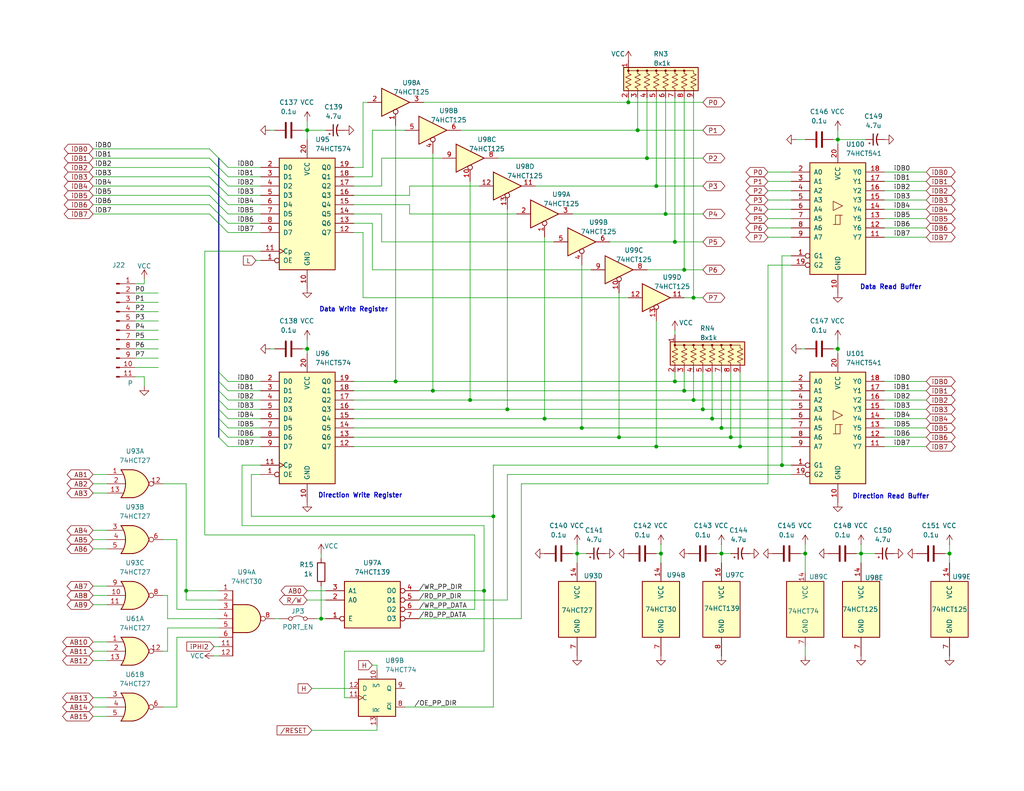
<source format=kicad_sch>
(kicad_sch (version 20250114) (generator "eeschema") (generator_version "9.0")
  (paper "A")
  (title_block (title "TTL 6510 Computer") (date "2025-10-20") (rev "B") (company "Stefan Warnke") (comment 9 "CPU_6502_Opcodes.txt"))
  (text "Direction Read Buffer" (at 243.078 135.636 0) (effects (font (size 1.27 1.27) (thickness 0.254) (bold yes))))
  (text "Data Read Buffer" (at 243.078 78.486 0) (effects (font (size 1.27 1.27) (thickness 0.254) (bold yes))))
  (text "Data Write Register" (at 96.52 84.582 0) (effects (font (size 1.27 1.27) (thickness 0.254) (bold yes))))
  (text "Direction Write Register" (at 98.298 135.382 0) (effects (font (size 1.27 1.27) (thickness 0.254) (bold yes))))
  (junction (at 189.23 109.22))
  (junction (at 219.71 151.13))
  (junction (at 179.07 121.92))
  (junction (at 168.91 119.38))
  (junction (at 87.63 168.91))
  (junction (at 132.08 161.29))
  (junction (at 148.59 114.3))
  (junction (at 138.43 111.76))
  (junction (at 228.6 95.25))
  (junction (at 201.93 121.92))
  (junction (at 83.82 95.25))
  (junction (at 107.95 104.14))
  (junction (at 184.15 66.04))
  (junction (at 173.99 35.56))
  (junction (at 196.85 151.13))
  (junction (at 128.27 109.22))
  (junction (at 179.07 50.8))
  (junction (at 181.61 58.42))
  (junction (at 199.39 119.38))
  (junction (at 134.62 140.97))
  (junction (at 157.48 151.13))
  (junction (at 83.82 35.56))
  (junction (at 171.45 27.94))
  (junction (at 186.69 73.66))
  (junction (at 259.08 151.13))
  (junction (at 213.36 127))
  (junction (at 194.31 114.3))
  (junction (at 196.85 116.84))
  (junction (at 50.8 161.29))
  (junction (at 186.69 106.68))
  (junction (at 234.95 151.13))
  (junction (at 176.53 43.18))
  (junction (at 184.15 104.14))
  (junction (at 158.75 116.84))
  (junction (at 118.11 106.68))
  (junction (at 189.23 81.28))
  (junction (at 191.77 111.76))
  (junction (at 228.6 38.1))
  (junction (at 180.34 151.13))
  (bus_entry (at 57.15 50.8) (size 2.54 2.54))
  (bus_entry (at 57.15 48.26) (size 2.54 2.54))
  (bus_entry (at 59.69 45.72) (size 2.54 2.54))
  (bus_entry (at 57.15 40.64) (size 2.54 2.54))
  (bus_entry (at 59.69 116.84) (size 2.54 2.54))
  (bus_entry (at 59.69 43.18) (size 2.54 2.54))
  (bus_entry (at 59.69 101.6) (size 2.54 2.54))
  (bus_entry (at 59.69 58.42) (size 2.54 2.54))
  (bus_entry (at 59.69 111.76) (size 2.54 2.54))
  (bus_entry (at 59.69 104.14) (size 2.54 2.54))
  (bus_entry (at 59.69 109.22) (size 2.54 2.54))
  (bus_entry (at 57.15 55.88) (size 2.54 2.54))
  (bus_entry (at 57.15 43.18) (size 2.54 2.54))
  (bus_entry (at 59.69 48.26) (size 2.54 2.54))
  (bus_entry (at 59.69 106.68) (size 2.54 2.54))
  (bus_entry (at 59.69 53.34) (size 2.54 2.54))
  (bus_entry (at 59.69 119.38) (size 2.54 2.54))
  (bus_entry (at 57.15 58.42) (size 2.54 2.54))
  (bus_entry (at 59.69 50.8) (size 2.54 2.54))
  (bus_entry (at 57.15 53.34) (size 2.54 2.54))
  (bus_entry (at 59.69 60.96) (size 2.54 2.54))
  (bus_entry (at 59.69 114.3) (size 2.54 2.54))
  (bus_entry (at 59.69 55.88) (size 2.54 2.54))
  (bus_entry (at 57.15 45.72) (size 2.54 2.54))
  (wire (pts (xy 241.3 111.76) (xy 252.73 111.76)))
  (wire (pts (xy 135.89 43.18) (xy 176.53 43.18)))
  (wire (pts (xy 168.91 80.01) (xy 168.91 119.38)))
  (wire (pts (xy 184.15 104.14) (xy 215.9 104.14)))
  (wire (pts (xy 83.82 92.71) (xy 83.82 95.25)))
  (wire (pts (xy 148.59 114.3) (xy 194.31 114.3)))
  (wire (pts (xy 62.23 119.38) (xy 71.12 119.38)))
  (wire (pts (xy 96.52 116.84) (xy 158.75 116.84)))
  (wire (pts (xy 44.45 193.04) (xy 48.26 193.04)))
  (wire (pts (xy 146.05 50.8) (xy 179.07 50.8)))
  (wire (pts (xy 39.37 77.47) (xy 39.37 76.2)))
  (wire (pts (xy 173.99 35.56) (xy 191.77 35.56)))
  (wire (pts (xy 36.83 92.71) (xy 43.18 92.71)))
  (bus (pts (xy 59.69 58.42) (xy 59.69 55.88)))
  (wire (pts (xy 241.3 57.15) (xy 252.73 57.15)))
  (wire (pts (xy 189.23 109.22) (xy 215.9 109.22)))
  (wire (pts (xy 25.4 160.02) (xy 29.21 160.02)))
  (wire (pts (xy 189.23 81.28) (xy 191.77 81.28)))
  (wire (pts (xy 62.23 63.5) (xy 71.12 63.5)))
  (wire (pts (xy 217.17 38.1) (xy 219.71 38.1)))
  (wire (pts (xy 184.15 101.6) (xy 184.15 104.14)))
  (wire (pts (xy 96.52 104.14) (xy 107.95 104.14)))
  (wire (pts (xy 158.75 116.84) (xy 196.85 116.84)))
  (wire (pts (xy 96.52 114.3) (xy 148.59 114.3)))
  (wire (pts (xy 234.95 153.67) (xy 234.95 151.13)))
  (wire (pts (xy 176.53 73.66) (xy 186.69 73.66)))
  (wire (pts (xy 201.93 121.92) (xy 215.9 121.92)))
  (wire (pts (xy 241.3 64.77) (xy 252.73 64.77)))
  (wire (pts (xy 132.08 161.29) (xy 114.3 161.29)))
  (wire (pts (xy 45.72 171.45) (xy 59.69 171.45)))
  (wire (pts (xy 180.34 151.13) (xy 180.34 153.67)))
  (wire (pts (xy 191.77 101.6) (xy 191.77 111.76)))
  (wire (pts (xy 82.55 95.25) (xy 83.82 95.25)))
  (wire (pts (xy 228.6 92.71) (xy 228.6 95.25)))
  (wire (pts (xy 227.33 95.25) (xy 228.6 95.25)))
  (wire (pts (xy 25.4 55.88) (xy 57.15 55.88)))
  (wire (pts (xy 25.4 58.42) (xy 57.15 58.42)))
  (wire (pts (xy 157.48 153.67) (xy 157.48 151.13)))
  (wire (pts (xy 118.11 41.91) (xy 118.11 106.68)))
  (wire (pts (xy 241.3 49.53) (xy 252.73 49.53)))
  (wire (pts (xy 142.24 168.91) (xy 142.24 132.08)))
  (wire (pts (xy 62.23 55.88) (xy 71.12 55.88)))
  (wire (pts (xy 114.3 163.83) (xy 138.43 163.83)))
  (wire (pts (xy 179.07 121.92) (xy 201.93 121.92)))
  (wire (pts (xy 99.06 27.94) (xy 99.06 45.72)))
  (wire (pts (xy 102.87 181.61) (xy 102.87 182.88)))
  (wire (pts (xy 111.76 58.42) (xy 140.97 58.42)))
  (wire (pts (xy 45.72 168.91) (xy 59.69 168.91)))
  (wire (pts (xy 186.69 26.67) (xy 186.69 73.66)))
  (wire (pts (xy 157.48 151.13) (xy 160.02 151.13)))
  (bus (pts (xy 59.69 43.18) (xy 59.69 45.72)))
  (wire (pts (xy 25.4 48.26) (xy 57.15 48.26)))
  (wire (pts (xy 25.4 40.64) (xy 57.15 40.64)))
  (wire (pts (xy 36.83 77.47) (xy 39.37 77.47)))
  (wire (pts (xy 93.98 190.5) (xy 95.25 190.5)))
  (wire (pts (xy 194.31 114.3) (xy 215.9 114.3)))
  (wire (pts (xy 25.4 165.1) (xy 29.21 165.1)))
  (wire (pts (xy 44.45 177.8) (xy 45.72 177.8)))
  (wire (pts (xy 74.93 168.91) (xy 76.2 168.91)))
  (wire (pts (xy 83.82 163.83) (xy 88.9 163.83)))
  (bus (pts (xy 59.69 53.34) (xy 59.69 55.88)))
  (wire (pts (xy 25.4 147.32) (xy 29.21 147.32)))
  (bus (pts (xy 59.69 104.14) (xy 59.69 101.6)))
  (wire (pts (xy 179.07 87.63) (xy 179.07 121.92)))
  (wire (pts (xy 25.4 53.34) (xy 57.15 53.34)))
  (wire (pts (xy 209.55 72.39) (xy 209.55 132.08)))
  (wire (pts (xy 201.93 101.6) (xy 201.93 121.92)))
  (wire (pts (xy 241.3 46.99) (xy 252.73 46.99)))
  (wire (pts (xy 62.23 58.42) (xy 71.12 58.42)))
  (wire (pts (xy 62.23 60.96) (xy 71.12 60.96)))
  (wire (pts (xy 189.23 101.6) (xy 189.23 109.22)))
  (wire (pts (xy 96.52 53.34) (xy 111.76 53.34)))
  (wire (pts (xy 241.3 54.61) (xy 252.73 54.61)))
  (wire (pts (xy 241.3 106.68) (xy 252.73 106.68)))
  (wire (pts (xy 132.08 177.8) (xy 93.98 177.8)))
  (wire (pts (xy 25.4 144.78) (xy 29.21 144.78)))
  (wire (pts (xy 50.8 161.29) (xy 59.69 161.29)))
  (wire (pts (xy 213.36 69.85) (xy 213.36 127)))
  (bus (pts (xy 59.69 119.38) (xy 59.69 116.84)))
  (wire (pts (xy 227.33 38.1) (xy 228.6 38.1)))
  (wire (pts (xy 234.95 148.59) (xy 234.95 151.13)))
  (wire (pts (xy 25.4 195.58) (xy 29.21 195.58)))
  (bus (pts (xy 59.69 48.26) (xy 59.69 50.8)))
  (wire (pts (xy 36.83 102.87) (xy 39.37 102.87)))
  (bus (pts (xy 59.69 60.96) (xy 59.69 58.42)))
  (wire (pts (xy 209.55 62.23) (xy 215.9 62.23)))
  (wire (pts (xy 85.09 199.39) (xy 102.87 199.39)))
  (bus (pts (xy 59.69 116.84) (xy 59.69 114.3)))
  (wire (pts (xy 191.77 111.76) (xy 215.9 111.76)))
  (bus (pts (xy 59.69 111.76) (xy 59.69 109.22)))
  (wire (pts (xy 59.69 163.83) (xy 50.8 163.83)))
  (wire (pts (xy 218.44 151.13) (xy 219.71 151.13)))
  (wire (pts (xy 129.54 166.37) (xy 129.54 146.05)))
  (wire (pts (xy 104.14 50.8) (xy 96.52 50.8)))
  (wire (pts (xy 62.23 114.3) (xy 71.12 114.3)))
  (wire (pts (xy 62.23 48.26) (xy 71.12 48.26)))
  (wire (pts (xy 156.21 58.42) (xy 181.61 58.42)))
  (wire (pts (xy 62.23 104.14) (xy 71.12 104.14)))
  (wire (pts (xy 25.4 134.62) (xy 29.21 134.62)))
  (bus (pts (xy 59.69 109.22) (xy 59.69 106.68)))
  (wire (pts (xy 196.85 151.13) (xy 199.39 151.13)))
  (wire (pts (xy 234.95 151.13) (xy 238.76 151.13)))
  (wire (pts (xy 209.55 72.39) (xy 215.9 72.39)))
  (wire (pts (xy 73.66 35.56) (xy 74.93 35.56)))
  (wire (pts (xy 228.6 38.1) (xy 228.6 39.37)))
  (wire (pts (xy 101.6 60.96) (xy 101.6 73.66)))
  (wire (pts (xy 82.55 35.56) (xy 83.82 35.56)))
  (wire (pts (xy 62.23 106.68) (xy 71.12 106.68)))
  (wire (pts (xy 134.62 140.97) (xy 134.62 193.04)))
  (wire (pts (xy 83.82 161.29) (xy 88.9 161.29)))
  (wire (pts (xy 45.72 177.8) (xy 45.72 171.45)))
  (wire (pts (xy 176.53 26.67) (xy 176.53 43.18)))
  (wire (pts (xy 228.6 35.56) (xy 228.6 38.1)))
  (wire (pts (xy 101.6 181.61) (xy 102.87 181.61)))
  (wire (pts (xy 104.14 43.18) (xy 104.14 50.8)))
  (wire (pts (xy 44.45 162.56) (xy 45.72 162.56)))
  (wire (pts (xy 48.26 173.99) (xy 59.69 173.99)))
  (wire (pts (xy 66.04 143.51) (xy 66.04 127)))
  (wire (pts (xy 83.82 35.56) (xy 83.82 38.1)))
  (wire (pts (xy 101.6 48.26) (xy 101.6 35.56)))
  (wire (pts (xy 39.37 102.87) (xy 39.37 105.41)))
  (wire (pts (xy 96.52 55.88) (xy 111.76 55.88)))
  (wire (pts (xy 58.42 176.53) (xy 59.69 176.53)))
  (wire (pts (xy 148.59 114.3) (xy 148.59 64.77)))
  (wire (pts (xy 118.11 106.68) (xy 186.69 106.68)))
  (wire (pts (xy 219.71 156.21) (xy 219.71 151.13)))
  (wire (pts (xy 209.55 64.77) (xy 215.9 64.77)))
  (wire (pts (xy 218.44 95.25) (xy 219.71 95.25)))
  (wire (pts (xy 36.83 95.25) (xy 43.18 95.25)))
  (wire (pts (xy 87.63 151.13) (xy 87.63 152.4)))
  (wire (pts (xy 62.23 111.76) (xy 71.12 111.76)))
  (wire (pts (xy 62.23 121.92) (xy 71.12 121.92)))
  (wire (pts (xy 73.66 95.25) (xy 74.93 95.25)))
  (wire (pts (xy 215.9 69.85) (xy 213.36 69.85)))
  (wire (pts (xy 118.11 106.68) (xy 96.52 106.68)))
  (wire (pts (xy 228.6 95.25) (xy 228.6 96.52)))
  (wire (pts (xy 186.69 73.66) (xy 191.77 73.66)))
  (wire (pts (xy 213.36 127) (xy 134.62 127)))
  (bus (pts (xy 59.69 45.72) (xy 59.69 48.26)))
  (wire (pts (xy 55.88 68.58) (xy 71.12 68.58)))
  (wire (pts (xy 110.49 193.04) (xy 134.62 193.04)))
  (wire (pts (xy 62.23 53.34) (xy 71.12 53.34)))
  (wire (pts (xy 156.21 151.13) (xy 157.48 151.13)))
  (wire (pts (xy 219.71 148.59) (xy 219.71 151.13)))
  (wire (pts (xy 93.98 177.8) (xy 93.98 190.5)))
  (wire (pts (xy 36.83 85.09) (xy 43.18 85.09)))
  (wire (pts (xy 184.15 66.04) (xy 191.77 66.04)))
  (wire (pts (xy 241.3 59.69) (xy 252.73 59.69)))
  (wire (pts (xy 142.24 132.08) (xy 209.55 132.08)))
  (wire (pts (xy 196.85 116.84) (xy 215.9 116.84)))
  (bus (pts (xy 59.69 106.68) (xy 59.69 104.14)))
  (wire (pts (xy 83.82 33.02) (xy 83.82 35.56)))
  (wire (pts (xy 181.61 58.42) (xy 191.77 58.42)))
  (wire (pts (xy 114.3 166.37) (xy 129.54 166.37)))
  (wire (pts (xy 179.07 50.8) (xy 191.77 50.8)))
  (wire (pts (xy 233.68 151.13) (xy 234.95 151.13)))
  (wire (pts (xy 209.55 59.69) (xy 215.9 59.69)))
  (wire (pts (xy 171.45 26.67) (xy 171.45 27.94)))
  (wire (pts (xy 25.4 193.04) (xy 29.21 193.04)))
  (wire (pts (xy 111.76 53.34) (xy 111.76 50.8)))
  (wire (pts (xy 25.4 177.8) (xy 29.21 177.8)))
  (bus (pts (xy 59.69 50.8) (xy 59.69 53.34)))
  (wire (pts (xy 36.83 87.63) (xy 43.18 87.63)))
  (wire (pts (xy 209.55 49.53) (xy 215.9 49.53)))
  (wire (pts (xy 195.58 151.13) (xy 196.85 151.13)))
  (wire (pts (xy 25.4 180.34) (xy 29.21 180.34)))
  (wire (pts (xy 194.31 101.6) (xy 194.31 114.3)))
  (wire (pts (xy 104.14 58.42) (xy 104.14 66.04)))
  (wire (pts (xy 68.58 140.97) (xy 134.62 140.97)))
  (wire (pts (xy 111.76 55.88) (xy 111.76 58.42)))
  (wire (pts (xy 104.14 43.18) (xy 120.65 43.18)))
  (wire (pts (xy 101.6 73.66) (xy 161.29 73.66)))
  (wire (pts (xy 99.06 81.28) (xy 99.06 63.5)))
  (wire (pts (xy 138.43 111.76) (xy 191.77 111.76)))
  (bus (pts (xy 59.69 114.3) (xy 59.69 111.76)))
  (bus (pts (xy 59.69 60.96) (xy 59.69 101.6)))
  (wire (pts (xy 132.08 143.51) (xy 66.04 143.51)))
  (wire (pts (xy 58.42 179.07) (xy 59.69 179.07)))
  (wire (pts (xy 199.39 119.38) (xy 215.9 119.38)))
  (wire (pts (xy 209.55 54.61) (xy 215.9 54.61)))
  (wire (pts (xy 25.4 50.8) (xy 57.15 50.8)))
  (wire (pts (xy 44.45 132.08) (xy 50.8 132.08)))
  (wire (pts (xy 86.36 168.91) (xy 87.63 168.91)))
  (wire (pts (xy 62.23 50.8) (xy 71.12 50.8)))
  (wire (pts (xy 25.4 45.72) (xy 57.15 45.72)))
  (wire (pts (xy 186.69 81.28) (xy 189.23 81.28)))
  (wire (pts (xy 257.81 151.13) (xy 259.08 151.13)))
  (wire (pts (xy 69.85 71.12) (xy 71.12 71.12)))
  (wire (pts (xy 25.4 175.26) (xy 29.21 175.26)))
  (wire (pts (xy 25.4 149.86) (xy 29.21 149.86)))
  (wire (pts (xy 138.43 129.54) (xy 215.9 129.54)))
  (wire (pts (xy 259.08 153.67) (xy 259.08 151.13)))
  (wire (pts (xy 36.83 97.79) (xy 43.18 97.79)))
  (wire (pts (xy 115.57 27.94) (xy 171.45 27.94)))
  (wire (pts (xy 184.15 26.67) (xy 184.15 66.04)))
  (wire (pts (xy 241.3 116.84) (xy 252.73 116.84)))
  (wire (pts (xy 176.53 43.18) (xy 191.77 43.18)))
  (wire (pts (xy 186.69 101.6) (xy 186.69 106.68)))
  (wire (pts (xy 129.54 146.05) (xy 55.88 146.05)))
  (wire (pts (xy 25.4 129.54) (xy 29.21 129.54)))
  (wire (pts (xy 36.83 100.33) (xy 43.18 100.33)))
  (wire (pts (xy 102.87 198.12) (xy 102.87 199.39)))
  (wire (pts (xy 87.63 168.91) (xy 88.9 168.91)))
  (wire (pts (xy 48.26 166.37) (xy 59.69 166.37)))
  (wire (pts (xy 209.55 57.15) (xy 215.9 57.15)))
  (wire (pts (xy 171.45 27.94) (xy 191.77 27.94)))
  (wire (pts (xy 138.43 111.76) (xy 138.43 57.15)))
  (wire (pts (xy 181.61 26.67) (xy 181.61 58.42)))
  (wire (pts (xy 132.08 143.51) (xy 132.08 161.29)))
  (wire (pts (xy 104.14 66.04) (xy 151.13 66.04)))
  (wire (pts (xy 186.69 106.68) (xy 215.9 106.68)))
  (wire (pts (xy 128.27 109.22) (xy 189.23 109.22)))
  (wire (pts (xy 134.62 127) (xy 134.62 140.97)))
  (wire (pts (xy 228.6 38.1) (xy 236.22 38.1)))
  (wire (pts (xy 196.85 101.6) (xy 196.85 116.84)))
  (wire (pts (xy 128.27 49.53) (xy 128.27 109.22)))
  (wire (pts (xy 179.07 121.92) (xy 96.52 121.92)))
  (wire (pts (xy 209.55 46.99) (xy 215.9 46.99)))
  (wire (pts (xy 25.4 132.08) (xy 29.21 132.08)))
  (wire (pts (xy 158.75 116.84) (xy 158.75 72.39)))
  (wire (pts (xy 36.83 90.17) (xy 43.18 90.17)))
  (wire (pts (xy 96.52 48.26) (xy 101.6 48.26)))
  (wire (pts (xy 184.15 90.17) (xy 184.15 91.44)))
  (wire (pts (xy 241.3 52.07) (xy 252.73 52.07)))
  (wire (pts (xy 157.48 148.59) (xy 157.48 151.13)))
  (wire (pts (xy 25.4 43.18) (xy 57.15 43.18)))
  (wire (pts (xy 99.06 45.72) (xy 96.52 45.72)))
  (wire (pts (xy 125.73 35.56) (xy 173.99 35.56)))
  (wire (pts (xy 189.23 26.67) (xy 189.23 81.28)))
  (wire (pts (xy 114.3 168.91) (xy 142.24 168.91)))
  (wire (pts (xy 199.39 101.6) (xy 199.39 119.38)))
  (wire (pts (xy 55.88 146.05) (xy 55.88 68.58)))
  (wire (pts (xy 138.43 163.83) (xy 138.43 129.54)))
  (wire (pts (xy 107.95 34.29) (xy 107.95 104.14)))
  (wire (pts (xy 171.45 81.28) (xy 99.06 81.28)))
  (wire (pts (xy 209.55 52.07) (xy 215.9 52.07)))
  (wire (pts (xy 83.82 35.56) (xy 88.9 35.56)))
  (wire (pts (xy 180.34 148.59) (xy 180.34 151.13)))
  (wire (pts (xy 44.45 147.32) (xy 48.26 147.32)))
  (wire (pts (xy 100.33 27.94) (xy 99.06 27.94)))
  (wire (pts (xy 259.08 148.59) (xy 259.08 151.13)))
  (wire (pts (xy 107.95 104.14) (xy 184.15 104.14)))
  (wire (pts (xy 50.8 132.08) (xy 50.8 161.29)))
  (wire (pts (xy 48.26 193.04) (xy 48.26 173.99)))
  (wire (pts (xy 99.06 63.5) (xy 96.52 63.5)))
  (wire (pts (xy 45.72 162.56) (xy 45.72 168.91)))
  (wire (pts (xy 132.08 161.29) (xy 132.08 177.8)))
  (wire (pts (xy 101.6 35.56) (xy 110.49 35.56)))
  (wire (pts (xy 241.3 119.38) (xy 252.73 119.38)))
  (wire (pts (xy 241.3 114.3) (xy 252.73 114.3)))
  (wire (pts (xy 62.23 116.84) (xy 71.12 116.84)))
  (wire (pts (xy 96.52 111.76) (xy 138.43 111.76)))
  (wire (pts (xy 83.82 96.52) (xy 83.82 95.25)))
  (wire (pts (xy 36.83 82.55) (xy 43.18 82.55)))
  (wire (pts (xy 196.85 151.13) (xy 196.85 153.67)))
  (wire (pts (xy 68.58 129.54) (xy 71.12 129.54)))
  (wire (pts (xy 241.3 121.92) (xy 252.73 121.92)))
  (wire (pts (xy 166.37 66.04) (xy 184.15 66.04)))
  (wire (pts (xy 196.85 148.59) (xy 196.85 151.13)))
  (wire (pts (xy 241.3 109.22) (xy 252.73 109.22)))
  (wire (pts (xy 241.3 104.14) (xy 252.73 104.14)))
  (wire (pts (xy 241.3 62.23) (xy 252.73 62.23)))
  (wire (pts (xy 173.99 26.67) (xy 173.99 35.56)))
  (wire (pts (xy 48.26 147.32) (xy 48.26 166.37)))
  (wire (pts (xy 25.4 162.56) (xy 29.21 162.56)))
  (wire (pts (xy 111.76 50.8) (xy 130.81 50.8)))
  (wire (pts (xy 87.63 160.02) (xy 87.63 168.91)))
  (wire (pts (xy 179.07 26.67) (xy 179.07 50.8)))
  (wire (pts (xy 66.04 127) (xy 71.12 127)))
  (wire (pts (xy 36.83 80.01) (xy 43.18 80.01)))
  (wire (pts (xy 219.71 176.53) (xy 219.71 179.07)))
  (wire (pts (xy 213.36 127) (xy 215.9 127)))
  (wire (pts (xy 128.27 109.22) (xy 96.52 109.22)))
  (wire (pts (xy 68.58 129.54) (xy 68.58 140.97)))
  (wire (pts (xy 85.09 187.96) (xy 95.25 187.96)))
  (wire (pts (xy 62.23 45.72) (xy 71.12 45.72)))
  (wire (pts (xy 96.52 58.42) (xy 104.14 58.42)))
  (wire (pts (xy 179.07 151.13) (xy 180.34 151.13)))
  (wire (pts (xy 25.4 190.5) (xy 29.21 190.5)))
  (wire (pts (xy 168.91 119.38) (xy 96.52 119.38)))
  (wire (pts (xy 50.8 163.83) (xy 50.8 161.29)))
  (wire (pts (xy 96.52 60.96) (xy 101.6 60.96)))
  (wire (pts (xy 168.91 119.38) (xy 199.39 119.38)))
  (wire (pts (xy 62.23 109.22) (xy 71.12 109.22)))
  (label "iDB1" (at 30.48 43.18 180))
  (label "iDB5" (at 243.84 59.69 0))
  (label "P5" (at 36.83 92.71 0))
  (label "iDB5" (at 64.77 58.42 0))
  (label "iDB1" (at 243.84 49.53 0))
  (label "{slash}OE_PP_DIR" (at 113.03 193.04 0))
  (label "{slash}RD_PP_DATA" (at 114.3 168.91 0))
  (label "{slash}WR_PP_DIR" (at 114.3 161.29 0))
  (label "iDB3" (at 30.48 48.26 180))
  (label "{slash}WR_PP_DATA" (at 114.3 166.37 0))
  (label "P0" (at 36.83 80.01 0))
  (label "P4" (at 36.83 90.17 0))
  (label "iDB1" (at 243.84 106.68 0))
  (label "iDB4" (at 64.77 114.3 0))
  (label "{slash}RD_PP_DIR" (at 114.3 163.83 0))
  (label "iDB0" (at 64.77 45.72 0))
  (label "P1" (at 36.83 82.55 0))
  (label "P7" (at 36.83 97.79 0))
  (label "iDB1" (at 64.77 48.26 0))
  (label "P2" (at 36.83 85.09 0))
  (label "iDB3" (at 64.77 53.34 0))
  (label "P3" (at 36.83 87.63 0))
  (label "iDB1" (at 64.77 106.68 0))
  (label "iDB3" (at 243.84 54.61 0))
  (label "iDB7" (at 30.48 58.42 180))
  (label "iDB7" (at 64.77 63.5 0))
  (label "iDB2" (at 243.84 109.22 0))
  (label "iDB4" (at 30.48 50.8 180))
  (label "iDB2" (at 243.84 52.07 0))
  (label "iDB4" (at 64.77 55.88 0))
  (label "P6" (at 36.83 95.25 0))
  (label "iDB6" (at 30.48 55.88 180))
  (label "iDB5" (at 30.48 53.34 180))
  (label "iDB6" (at 64.77 119.38 0))
  (label "iDB6" (at 243.84 62.23 0))
  (label "iDB5" (at 64.77 116.84 0))
  (label "iDB2" (at 64.77 50.8 0))
  (label "iDB7" (at 243.84 64.77 0))
  (label "iDB3" (at 64.77 111.76 0))
  (label "iDB0" (at 64.77 104.14 0))
  (label "iDB7" (at 64.77 121.92 0))
  (label "iDB2" (at 64.77 109.22 0))
  (label "iDB6" (at 243.84 119.38 0))
  (label "iDB7" (at 243.84 121.92 0))
  (label "iDB4" (at 243.84 114.3 0))
  (label "iDB4" (at 243.84 57.15 0))
  (label "iDB3" (at 243.84 111.76 0))
  (label "iDB0" (at 243.84 104.14 0))
  (label "iDB5" (at 243.84 116.84 0))
  (label "iDB0" (at 30.48 40.64 180))
  (label "iDB6" (at 64.77 60.96 0))
  (label "iDB0" (at 243.84 46.99 0))
  (label "iDB2" (at 30.48 45.72 180))
  (global_label "AB0" (shape bidirectional) (at 83.82 161.29 180) (property "Intersheetrefs" "${INTERSHEET_REFS}" (effects (hide yes))))
  (global_label "P7" (shape bidirectional) (at 209.55 64.77 180) (property "Intersheetrefs" "${INTERSHEET_REFS}" (effects (hide yes))))
  (global_label "AB14" (shape bidirectional) (at 25.4 193.04 180) (property "Intersheetrefs" "${INTERSHEET_REFS}" (effects (hide yes))))
  (global_label "iDB4" (shape bidirectional) (at 252.73 114.3 0) (property "Intersheetrefs" "${INTERSHEET_REFS}" (effects (hide yes))))
  (global_label "iDB2" (shape bidirectional) (at 252.73 52.07 0) (property "Intersheetrefs" "${INTERSHEET_REFS}" (effects (hide yes))))
  (global_label "{slash}RESET" (shape input) (at 85.09 199.39 180) (property "Intersheetrefs" "${INTERSHEET_REFS}" (effects (hide yes))))
  (global_label "P5" (shape bidirectional) (at 209.55 59.69 180) (property "Intersheetrefs" "${INTERSHEET_REFS}" (effects (hide yes))))
  (global_label "iDB0" (shape bidirectional) (at 25.4 40.64 180) (property "Intersheetrefs" "${INTERSHEET_REFS}" (effects (hide yes))))
  (global_label "iDB2" (shape bidirectional) (at 25.4 45.72 180) (property "Intersheetrefs" "${INTERSHEET_REFS}" (effects (hide yes))))
  (global_label "AB12" (shape bidirectional) (at 25.4 180.34 180) (property "Intersheetrefs" "${INTERSHEET_REFS}" (effects (hide yes))))
  (global_label "AB15" (shape bidirectional) (at 25.4 195.58 180) (property "Intersheetrefs" "${INTERSHEET_REFS}" (effects (hide yes))))
  (global_label "P2" (shape bidirectional) (at 209.55 52.07 180) (property "Intersheetrefs" "${INTERSHEET_REFS}" (effects (hide yes))))
  (global_label "iDB7" (shape bidirectional) (at 25.4 58.42 180) (property "Intersheetrefs" "${INTERSHEET_REFS}" (effects (hide yes))))
  (global_label "iDB0" (shape bidirectional) (at 252.73 46.99 0) (property "Intersheetrefs" "${INTERSHEET_REFS}" (effects (hide yes))))
  (global_label "iDB4" (shape bidirectional) (at 25.4 50.8 180) (property "Intersheetrefs" "${INTERSHEET_REFS}" (effects (hide yes))))
  (global_label "AB2" (shape bidirectional) (at 25.4 132.08 180) (property "Intersheetrefs" "${INTERSHEET_REFS}" (effects (hide yes))))
  (global_label "iDB0" (shape bidirectional) (at 252.73 104.14 0) (property "Intersheetrefs" "${INTERSHEET_REFS}" (effects (hide yes))))
  (global_label "P2" (shape bidirectional) (at 191.77 43.18 0) (property "Intersheetrefs" "${INTERSHEET_REFS}" (effects (hide yes))))
  (global_label "iDB4" (shape bidirectional) (at 252.73 57.15 0) (property "Intersheetrefs" "${INTERSHEET_REFS}" (effects (hide yes))))
  (global_label "R{slash}W" (shape bidirectional) (at 83.82 163.83 180) (property "Intersheetrefs" "${INTERSHEET_REFS}" (effects (hide yes))))
  (global_label "AB4" (shape bidirectional) (at 25.4 144.78 180) (property "Intersheetrefs" "${INTERSHEET_REFS}" (effects (hide yes))))
  (global_label "P0" (shape bidirectional) (at 209.55 46.99 180) (property "Intersheetrefs" "${INTERSHEET_REFS}" (effects (hide yes))))
  (global_label "P5" (shape bidirectional) (at 191.77 66.04 0) (property "Intersheetrefs" "${INTERSHEET_REFS}" (effects (hide yes))))
  (global_label "AB9" (shape bidirectional) (at 25.4 165.1 180) (property "Intersheetrefs" "${INTERSHEET_REFS}" (effects (hide yes))))
  (global_label "iDB7" (shape bidirectional) (at 252.73 64.77 0) (property "Intersheetrefs" "${INTERSHEET_REFS}" (effects (hide yes))))
  (global_label "P6" (shape bidirectional) (at 209.55 62.23 180) (property "Intersheetrefs" "${INTERSHEET_REFS}" (effects (hide yes))))
  (global_label "iDB2" (shape bidirectional) (at 252.73 109.22 0) (property "Intersheetrefs" "${INTERSHEET_REFS}" (effects (hide yes))))
  (global_label "P4" (shape bidirectional) (at 209.55 57.15 180) (property "Intersheetrefs" "${INTERSHEET_REFS}" (effects (hide yes))))
  (global_label "iDB1" (shape bidirectional) (at 25.4 43.18 180) (property "Intersheetrefs" "${INTERSHEET_REFS}" (effects (hide yes))))
  (global_label "iDB5" (shape bidirectional) (at 252.73 116.84 0) (property "Intersheetrefs" "${INTERSHEET_REFS}" (effects (hide yes))))
  (global_label "iDB7" (shape bidirectional) (at 252.73 121.92 0) (property "Intersheetrefs" "${INTERSHEET_REFS}" (effects (hide yes))))
  (global_label "iDB6" (shape bidirectional) (at 252.73 62.23 0) (property "Intersheetrefs" "${INTERSHEET_REFS}" (effects (hide yes))))
  (global_label "AB10" (shape bidirectional) (at 25.4 175.26 180) (property "Intersheetrefs" "${INTERSHEET_REFS}" (effects (hide yes))))
  (global_label "H" (shape input) (at 101.6 181.61 180) (property "Intersheetrefs" "${INTERSHEET_REFS}" (effects (hide yes))))
  (global_label "AB5" (shape bidirectional) (at 25.4 147.32 180) (property "Intersheetrefs" "${INTERSHEET_REFS}" (effects (hide yes))))
  (global_label "iPHI2" (shape input) (at 58.42 176.53 180) (property "Intersheetrefs" "${INTERSHEET_REFS}" (effects (hide yes))))
  (global_label "AB13" (shape bidirectional) (at 25.4 190.5 180) (property "Intersheetrefs" "${INTERSHEET_REFS}" (effects (hide yes))))
  (global_label "P0" (shape bidirectional) (at 191.77 27.94 0) (property "Intersheetrefs" "${INTERSHEET_REFS}" (effects (hide yes))))
  (global_label "AB1" (shape bidirectional) (at 25.4 129.54 180) (property "Intersheetrefs" "${INTERSHEET_REFS}" (effects (hide yes))))
  (global_label "P3" (shape bidirectional) (at 191.77 50.8 0) (property "Intersheetrefs" "${INTERSHEET_REFS}" (effects (hide yes))))
  (global_label "iDB3" (shape bidirectional) (at 252.73 111.76 0) (property "Intersheetrefs" "${INTERSHEET_REFS}" (effects (hide yes))))
  (global_label "P4" (shape bidirectional) (at 191.77 58.42 0) (property "Intersheetrefs" "${INTERSHEET_REFS}" (effects (hide yes))))
  (global_label "iDB5" (shape bidirectional) (at 25.4 53.34 180) (property "Intersheetrefs" "${INTERSHEET_REFS}" (effects (hide yes))))
  (global_label "P1" (shape bidirectional) (at 209.55 49.53 180) (property "Intersheetrefs" "${INTERSHEET_REFS}" (effects (hide yes))))
  (global_label "P7" (shape bidirectional) (at 191.77 81.28 0) (property "Intersheetrefs" "${INTERSHEET_REFS}" (effects (hide yes))))
  (global_label "AB6" (shape bidirectional) (at 25.4 149.86 180) (property "Intersheetrefs" "${INTERSHEET_REFS}" (effects (hide yes))))
  (global_label "iDB6" (shape bidirectional) (at 25.4 55.88 180) (property "Intersheetrefs" "${INTERSHEET_REFS}" (effects (hide yes))))
  (global_label "AB7" (shape bidirectional) (at 25.4 160.02 180) (property "Intersheetrefs" "${INTERSHEET_REFS}" (effects (hide yes))))
  (global_label "iDB3" (shape bidirectional) (at 252.73 54.61 0) (property "Intersheetrefs" "${INTERSHEET_REFS}" (effects (hide yes))))
  (global_label "iDB3" (shape bidirectional) (at 25.4 48.26 180) (property "Intersheetrefs" "${INTERSHEET_REFS}" (effects (hide yes))))
  (global_label "P1" (shape bidirectional) (at 191.77 35.56 0) (property "Intersheetrefs" "${INTERSHEET_REFS}" (effects (hide yes))))
  (global_label "iDB5" (shape bidirectional) (at 252.73 59.69 0) (property "Intersheetrefs" "${INTERSHEET_REFS}" (effects (hide yes))))
  (global_label "AB3" (shape bidirectional) (at 25.4 134.62 180) (property "Intersheetrefs" "${INTERSHEET_REFS}" (effects (hide yes))))
  (global_label "P3" (shape bidirectional) (at 209.55 54.61 180) (property "Intersheetrefs" "${INTERSHEET_REFS}" (effects (hide yes))))
  (global_label "P6" (shape bidirectional) (at 191.77 73.66 0) (property "Intersheetrefs" "${INTERSHEET_REFS}" (effects (hide yes))))
  (global_label "AB11" (shape bidirectional) (at 25.4 177.8 180) (property "Intersheetrefs" "${INTERSHEET_REFS}" (effects (hide yes))))
  (global_label "L" (shape input) (at 69.85 71.12 180) (property "Intersheetrefs" "${INTERSHEET_REFS}" (effects (hide yes))))
  (global_label "AB8" (shape bidirectional) (at 25.4 162.56 180) (property "Intersheetrefs" "${INTERSHEET_REFS}" (effects (hide yes))))
  (global_label "iDB6" (shape bidirectional) (at 252.73 119.38 0) (property "Intersheetrefs" "${INTERSHEET_REFS}" (effects (hide yes))))
  (global_label "iDB1" (shape bidirectional) (at 252.73 49.53 0) (property "Intersheetrefs" "${INTERSHEET_REFS}" (effects (hide yes))))
  (global_label "H" (shape input) (at 85.09 187.96 180) (property "Intersheetrefs" "${INTERSHEET_REFS}" (effects (hide yes))))
  (global_label "iDB1" (shape bidirectional) (at 252.73 106.68 0) (property "Intersheetrefs" "${INTERSHEET_REFS}" (effects (hide yes))))
  (symbol (lib_id "Device:C") (at 223.52 95.25 90) (unit 1)
    (property "Reference" "C147" (at 223.52 87.63 90))
    (property "Value" "0.1u" (at 223.52 90.17 90))
    (property "Footprint" "Project Library:C_Disc_D7.5mm_W2.5mm_P7.62mm" (effects (hide yes)))
    (property "Description" "Unpolarized capacitor" (effects (hide yes)))
    (property "OrderInfo" "https://www.digikey.com/en/products/detail/kemet/C320C104M5R5TA/3726028" (effects (hide yes)))
  )
  (symbol (lib_id "74xx:74LS125") (at 259.08 166.37 0) (unit 5)
    (property "Reference" "U99" (at 262.382 157.48 0))
    (property "Value" "74HCT125" (at 259.08 166.37 0))
    (property "Footprint" "Package_DIP:DIP-14_W7.62mm_Socket" (effects (hide yes)))
    (property "Datasheet" "http://www.ti.com/lit/gpn/sn74LS125" (effects (hide yes)))
    (property "Description" "Quad buffer 3-State outputs" (effects (hide yes)))
    (property "OrderInfo" "https://www.digikey.com/en/products/detail/texas-instruments/SN74HCT125N/376860" (effects (hide yes)))
  )
  (symbol (lib_id "power:+5V") (at 259.08 148.59 0) (unit 1)
    (property "Reference" "#PWR0445" (effects (hide yes)))
    (property "Value" "VCC" (at 259.08 143.51 0))
    (property "Description" "Power symbol creates a global label with name \"+5V\"" (effects (hide yes)))
  )
  (symbol (lib_id "power:+5V") (at 171.45 16.51 0) (unit 1)
    (property "Reference" "#PWR0421" (effects (hide yes)))
    (property "Value" "VCC" (at 168.656 14.732 0))
    (property "Description" "Power symbol creates a global label with name \"+5V\"" (effects (hide yes)))
  )
  (symbol (lib_id "power:GND") (at 196.85 179.07 0) (unit 1)
    (property "Reference" "#PWR0428" (effects (hide yes)))
    (property "Value" "GND" (effects (hide yes)))
    (property "Description" "Power symbol creates a global label with name \"GND\" , ground" (effects (hide yes)))
  )
  (symbol (lib_id "power:+5V") (at 196.85 148.59 0) (unit 1)
    (property "Reference" "#PWR0427" (effects (hide yes)))
    (property "Value" "VCC" (at 196.85 143.51 0))
    (property "Description" "Power symbol creates a global label with name \"+5V\"" (effects (hide yes)))
  )
  (symbol (lib_id "power:GND") (at 73.66 95.25 270) (unit 1)
    (property "Reference" "#PWR0410" (effects (hide yes)))
    (property "Value" "GND" (effects (hide yes)))
    (property "Description" "Power symbol creates a global label with name \"GND\" , ground" (effects (hide yes)))
  )
  (symbol (lib_id "74xx:74HCT574") (at 83.82 58.42 0) (unit 1)
    (property "Reference" "U95" (at 86.0141 38.1 0) (effects (justify left)))
    (property "Value" "74HCT574" (at 86.0141 40.64 0) (effects (justify left)))
    (property "Footprint" "Package_DIP:DIP-20_W7.62mm_Socket" (effects (hide yes)))
    (property "Datasheet" "http://www.ti.com/lit/gpn/sn74HCT574" (effects (hide yes)))
    (property "Description" "8-bit Register, 3-state outputs" (effects (hide yes)))
    (property "OrderInfo" "https://www.digikey.com/en/products/detail/texas-instruments/CD74HCT574E/38721" (effects (hide yes)))
  )
  (symbol (lib_id "74xx:74LS27") (at 36.83 177.8 0) (unit 1)
    (property "Reference" "U61" (at 36.83 168.91 0))
    (property "Value" "74HCT27" (at 36.83 171.45 0))
    (property "Footprint" "Package_DIP:DIP-14_W7.62mm_Socket" (effects (hide yes)))
    (property "Datasheet" "http://www.ti.com/lit/gpn/sn74LS27" (effects (hide yes)))
    (property "Description" "Triple 3-input NOR" (effects (hide yes)))
    (property "OrderInfo" "https://www.digikey.com/en/products/detail/texas-instruments/CD74HCT27E/1507771" (effects (hide yes)))
  )
  (symbol (lib_id "power:GND") (at 204.47 151.13 90) (unit 1)
    (property "Reference" "#PWR0429" (effects (hide yes)))
    (property "Value" "GND" (effects (hide yes)))
    (property "Description" "Power symbol creates a global label with name \"GND\" , ground" (effects (hide yes)))
  )
  (symbol (lib_id "Device:C") (at 175.26 151.13 90) (unit 1)
    (property "Reference" "C142" (at 175.26 143.51 90))
    (property "Value" "0.1u" (at 175.26 146.05 90))
    (property "Footprint" "Project Library:C_Disc_D7.5mm_W2.5mm_P7.62mm" (effects (hide yes)))
    (property "Description" "Unpolarized capacitor" (effects (hide yes)))
    (property "OrderInfo" "https://www.digikey.com/en/products/detail/kemet/C320C104M5R5TA/3726028" (effects (hide yes)))
  )
  (symbol (lib_id "power:GND") (at 180.34 179.07 0) (unit 1)
    (property "Reference" "#PWR0424" (effects (hide yes)))
    (property "Value" "GND" (effects (hide yes)))
    (property "Description" "Power symbol creates a global label with name \"GND\" , ground" (effects (hide yes)))
  )
  (symbol (lib_id "power:GND") (at 39.37 105.41 0) (unit 1)
    (property "Reference" "#PWR0407" (effects (hide yes)))
    (property "Value" "GND" (effects (hide yes)))
    (property "Description" "Power symbol creates a global label with name \"GND\" , ground" (effects (hide yes)))
  )
  (symbol (lib_id "power:GND") (at 165.1 151.13 90) (unit 1)
    (property "Reference" "#PWR0420" (effects (hide yes)))
    (property "Value" "GND" (effects (hide yes)))
    (property "Description" "Power symbol creates a global label with name \"GND\" , ground" (effects (hide yes)))
  )
  (symbol (lib_id "Device:C_Polarized_Small_US") (at 241.3 151.13 90) (unit 1)
    (property "Reference" "C150" (at 240.8682 144.78 90))
    (property "Value" "4.7u" (at 240.8682 147.32 90))
    (property "Footprint" "Project Library:C_Disc_D7.5mm_W2.5mm_P7.62mm_pol" (effects (hide yes)))
    (property "Description" "Polarized capacitor, small US symbol" (effects (hide yes)))
    (property "OrderInfo" "https://www.digikey.com/en/products/detail/kyocera-avx/TAP475M010SCS/1472017" (effects (hide yes)))
  )
  (symbol (lib_id "74xx:74LS125") (at 234.95 166.37 0) (unit 5)
    (property "Reference" "U98" (at 238.506 157.734 0))
    (property "Value" "74HCT125" (at 234.696 166.37 0))
    (property "Footprint" "Package_DIP:DIP-14_W7.62mm_Socket" (effects (hide yes)))
    (property "Datasheet" "http://www.ti.com/lit/gpn/sn74LS125" (effects (hide yes)))
    (property "Description" "Quad buffer 3-State outputs" (effects (hide yes)))
    (property "OrderInfo" "https://www.digikey.com/en/products/detail/texas-instruments/SN74HCT125N/376860" (effects (hide yes)))
  )
  (symbol (lib_id "power:+5V") (at 83.82 33.02 0) (unit 1)
    (property "Reference" "#PWR0411" (effects (hide yes)))
    (property "Value" "VCC" (at 83.82 27.94 0))
    (property "Description" "Power symbol creates a global label with name \"+5V\"" (effects (hide yes)))
  )
  (symbol (lib_id "Device:C_Polarized_Small_US") (at 201.93 151.13 90) (unit 1)
    (property "Reference" "C144" (at 201.4982 144.78 90))
    (property "Value" "4.7u" (at 201.4982 147.32 90))
    (property "Footprint" "Project Library:C_Disc_D7.5mm_W2.5mm_P7.62mm_pol" (effects (hide yes)))
    (property "Description" "Polarized capacitor, small US symbol" (effects (hide yes)))
    (property "OrderInfo" "https://www.digikey.com/en/products/detail/kyocera-avx/TAP475M010SCS/1472017" (effects (hide yes)))
  )
  (symbol (lib_id "power:GND") (at 157.48 179.07 0) (unit 1)
    (property "Reference" "#PWR0419" (effects (hide yes)))
    (property "Value" "GND" (effects (hide yes)))
    (property "Description" "Power symbol creates a global label with name \"GND\" , ground" (effects (hide yes)))
  )
  (symbol (lib_id "Device:C") (at 229.87 151.13 90) (unit 1)
    (property "Reference" "C148" (at 229.87 143.51 90))
    (property "Value" "0.1u" (at 229.87 146.05 90))
    (property "Footprint" "Project Library:C_Disc_D7.5mm_W2.5mm_P7.62mm" (effects (hide yes)))
    (property "Description" "Unpolarized capacitor" (effects (hide yes)))
    (property "OrderInfo" "https://www.digikey.com/en/products/detail/kemet/C320C104M5R5TA/3726028" (effects (hide yes)))
  )
  (symbol (lib_id "74xx:74LS125") (at 148.59 58.42 0) (unit 1)
    (property "Reference" "U99" (at 153.162 53.086 0))
    (property "Value" "74HCT125" (at 153.162 55.626 0))
    (property "Footprint" "Package_DIP:DIP-14_W7.62mm_Socket" (effects (hide yes)))
    (property "Datasheet" "http://www.ti.com/lit/gpn/sn74LS125" (effects (hide yes)))
    (property "Description" "Quad buffer 3-State outputs" (effects (hide yes)))
    (property "OrderInfo" "https://www.digikey.com/en/products/detail/texas-instruments/SN74HCT125N/376860" (effects (hide yes)))
  )
  (symbol (lib_id "74xx:74LS27") (at 36.83 147.32 0) (unit 2)
    (property "Reference" "U93" (at 36.83 138.43 0))
    (property "Value" "74HCT27" (at 36.83 140.97 0))
    (property "Footprint" "Package_DIP:DIP-14_W7.62mm_Socket" (effects (hide yes)))
    (property "Datasheet" "http://www.ti.com/lit/gpn/sn74LS27" (effects (hide yes)))
    (property "Description" "Triple 3-input NOR" (effects (hide yes)))
    (property "OrderInfo" "https://www.digikey.com/en/products/detail/texas-instruments/CD74HCT27E/1507771" (effects (hide yes)))
  )
  (symbol (lib_id "power:+5V") (at 219.71 148.59 0) (unit 1)
    (property "Reference" "#PWR0433" (effects (hide yes)))
    (property "Value" "VCC" (at 219.71 143.51 0))
    (property "Description" "Power symbol creates a global label with name \"+5V\"" (effects (hide yes)))
  )
  (symbol (lib_id "74xx:74LS27") (at 36.83 193.04 0) (unit 2)
    (property "Reference" "U61" (at 36.83 184.15 0))
    (property "Value" "74HCT27" (at 36.83 186.69 0))
    (property "Footprint" "Package_DIP:DIP-14_W7.62mm_Socket" (effects (hide yes)))
    (property "Datasheet" "http://www.ti.com/lit/gpn/sn74LS27" (effects (hide yes)))
    (property "Description" "Triple 3-input NOR" (effects (hide yes)))
    (property "OrderInfo" "https://www.digikey.com/en/products/detail/texas-instruments/CD74HCT27E/1507771" (effects (hide yes)))
  )
  (symbol (lib_id "power:GND") (at 93.98 35.56 90) (unit 1)
    (property "Reference" "#PWR0416" (effects (hide yes)))
    (property "Value" "GND" (effects (hide yes)))
    (property "Description" "Power symbol creates a global label with name \"GND\" , ground" (effects (hide yes)))
  )
  (symbol (lib_id "power:GND") (at 171.45 151.13 270) (unit 1)
    (property "Reference" "#PWR0422" (effects (hide yes)))
    (property "Value" "GND" (effects (hide yes)))
    (property "Description" "Power symbol creates a global label with name \"GND\" , ground" (effects (hide yes)))
  )
  (symbol (lib_id "74xx:74LS125") (at 107.95 27.94 0) (unit 1)
    (property "Reference" "U98" (at 112.268 22.606 0))
    (property "Value" "74HCT125" (at 112.268 25.146 0))
    (property "Footprint" "Package_DIP:DIP-14_W7.62mm_Socket" (effects (hide yes)))
    (property "Datasheet" "http://www.ti.com/lit/gpn/sn74LS125" (effects (hide yes)))
    (property "Description" "Quad buffer 3-State outputs" (effects (hide yes)))
    (property "OrderInfo" "https://www.digikey.com/en/products/detail/texas-instruments/SN74HCT125N/376860" (effects (hide yes)))
  )
  (symbol (lib_id "74xx:74LS30") (at 67.31 168.91 0) (unit 1)
    (property "Reference" "U94" (at 67.3017 156.21 0))
    (property "Value" "74HCT30" (at 67.3017 158.75 0))
    (property "Footprint" "Package_DIP:DIP-14_W7.62mm_Socket" (effects (hide yes)))
    (property "Datasheet" "http://www.ti.com/lit/gpn/sn74LS30" (effects (hide yes)))
    (property "Description" "8-input NAND" (effects (hide yes)))
    (property "OrderInfo" "https://www.digikey.com/en/products/detail/texas-instruments/CD74HCT30E/38500" (effects (hide yes)))
  )
  (symbol (lib_id "Device:C_Polarized_Small_US") (at 91.44 35.56 90) (unit 1)
    (property "Reference" "C139" (at 91.0082 29.21 90))
    (property "Value" "4.7u" (at 91.0082 31.75 90))
    (property "Footprint" "Project Library:C_Disc_D7.5mm_W2.5mm_P7.62mm_pol" (effects (hide yes)))
    (property "Description" "Polarized capacitor, small US symbol" (effects (hide yes)))
    (property "OrderInfo" "https://www.digikey.com/en/products/detail/kyocera-avx/TAP475M010SCS/1472017" (effects (hide yes)))
  )
  (symbol (lib_id "power:+5V") (at 83.82 92.71 0) (unit 1)
    (property "Reference" "#PWR0413" (effects (hide yes)))
    (property "Value" "VCC" (at 83.82 87.63 0))
    (property "Description" "Power symbol creates a global label with name \"+5V\"" (effects (hide yes)))
  )
  (symbol (lib_id "power:GND") (at 83.82 78.74 0) (unit 1)
    (property "Reference" "#PWR0412" (effects (hide yes)))
    (property "Value" "GND" (effects (hide yes)))
    (property "Description" "Power symbol creates a global label with name \"GND\" , ground" (effects (hide yes)))
  )
  (symbol (lib_id "Device:C_Polarized_Small_US") (at 162.56 151.13 90) (unit 1)
    (property "Reference" "C141" (at 162.1282 144.78 90))
    (property "Value" "4.7u" (at 162.1282 147.32 90))
    (property "Footprint" "Project Library:C_Disc_D7.5mm_W2.5mm_P7.62mm_pol" (effects (hide yes)))
    (property "Description" "Polarized capacitor, small US symbol" (effects (hide yes)))
    (property "OrderInfo" "https://www.digikey.com/en/products/detail/kyocera-avx/TAP475M010SCS/1472017" (effects (hide yes)))
  )
  (symbol (lib_id "Device:R") (at 87.63 156.21 180) (unit 1)
    (property "Reference" "R15" (at 85.598 154.178 0) (effects (justify left)))
    (property "Value" "1k" (at 85.344 156.718 0) (effects (justify left)))
    (property "Footprint" "R_Axial_DIN0204_L3.6mm_D1.6mm_P7.62mm_Horizontal" (effects (hide yes)))
    (property "Description" "Resistor" (effects (hide yes)))
    (property "OrderInfo" "https://www.digikey.com/en/products/detail/stackpole-electronics-inc/CF14JT1K00/1741314" (effects (hide yes)))
  )
  (symbol (lib_id "74xx:74HCT541") (at 228.6 116.84 0) (unit 1)
    (property "Reference" "U101" (at 230.7941 96.52 0) (effects (justify left)))
    (property "Value" "74HCT541" (at 230.7941 99.06 0) (effects (justify left)))
    (property "Footprint" "Package_DIP:DIP-20_W7.62mm_Socket" (effects (hide yes)))
    (property "Datasheet" "http://www.ti.com/lit/gpn/sn74HCT541" (effects (hide yes)))
    (property "Description" "8-bit Buffer/Line Driver 3-state outputs" (effects (hide yes)))
    (property "OrderInfo" "https://www.digikey.com/en/products/detail/texas-instruments/SN74HCT541N/277265" (effects (hide yes)))
  )
  (symbol (lib_id "74xx:74LS139") (at 196.85 166.37 0) (unit 3)
    (property "Reference" "U97" (at 197.866 156.972 0) (effects (justify left)))
    (property "Value" "74HCT139" (at 192.024 166.116 0) (effects (justify left)))
    (property "Footprint" "Package_DIP:DIP-16_W7.62mm_Socket" (effects (hide yes)))
    (property "Datasheet" "http://www.ti.com/lit/ds/symlink/sn74ls139a.pdf" (effects (hide yes)))
    (property "Description" "Dual Decoder 1 of 4, Active low outputs" (effects (hide yes)))
    (property "OrderInfo" "https://www.digikey.com/en/products/detail/texas-instruments/CD74HCT139E/38264" (effects (hide yes)))
  )
  (symbol (lib_id "74xx:74HCT74") (at 102.87 190.5 0) (unit 2)
    (property "Reference" "U89" (at 105.0641 180.34 0) (effects (justify left)))
    (property "Value" "74HCT74" (at 105.0641 182.88 0) (effects (justify left)))
    (property "Footprint" "Package_DIP:DIP-14_W7.62mm_Socket" (effects (hide yes)))
    (property "Datasheet" "https://assets.nexperia.com/documents/data-sheet/74HC_HCT74.pdf" (effects (hide yes)))
    (property "Description" "Dual D Flip-flop, Set & Reset" (effects (hide yes)))
    (property "OrderInfo" "https://www.digikey.com/en/products/detail/texas-instruments/SN74HCT74N/277271" (effects (hide yes)))
  )
  (symbol (lib_id "74xx:74HCT541") (at 228.6 59.69 0) (unit 1)
    (property "Reference" "U100" (at 230.7941 39.37 0) (effects (justify left)))
    (property "Value" "74HCT541" (at 230.7941 41.91 0) (effects (justify left)))
    (property "Footprint" "Package_DIP:DIP-20_W7.62mm_Socket" (effects (hide yes)))
    (property "Datasheet" "http://www.ti.com/lit/gpn/sn74HCT541" (effects (hide yes)))
    (property "Description" "8-bit Buffer/Line Driver 3-state outputs" (effects (hide yes)))
    (property "OrderInfo" "https://www.digikey.com/en/products/detail/texas-instruments/SN74HCT541N/277265" (effects (hide yes)))
  )
  (symbol (lib_id "74xx:74LS30") (at 180.34 166.37 0) (unit 2)
    (property "Reference" "U94" (at 181.864 156.972 0) (effects (justify left)))
    (property "Value" "74HCT30" (at 176.022 166.37 0) (effects (justify left)))
    (property "Footprint" "Package_DIP:DIP-14_W7.62mm_Socket" (effects (hide yes)))
    (property "Datasheet" "http://www.ti.com/lit/gpn/sn74LS30" (effects (hide yes)))
    (property "Description" "8-input NAND" (effects (hide yes)))
    (property "OrderInfo" "https://www.digikey.com/en/products/detail/texas-instruments/CD74HCT30E/38500" (effects (hide yes)))
  )
  (symbol (lib_id "power:+5V") (at 180.34 148.59 0) (unit 1)
    (property "Reference" "#PWR0423" (effects (hide yes)))
    (property "Value" "VCC" (at 180.34 143.51 0))
    (property "Description" "Power symbol creates a global label with name \"+5V\"" (effects (hide yes)))
  )
  (symbol (lib_id "Device:R_Network08_US") (at 181.61 21.59 0) (unit 1)
    (property "Reference" "RN3" (at 178.308 14.732 0) (effects (justify left)))
    (property "Value" "8x1k" (at 178.308 17.272 0) (effects (justify left)))
    (property "Footprint" "Resistor_THT:R_Array_SIP9" (effects (hide yes)))
    (property "Datasheet" "http://www.vishay.com/docs/31509/csc.pdf" (effects (hide yes)))
    (property "Description" "8 resistor network, star topology, bussed resistors, small US symbol" (effects (hide yes)))
    (property "OrderInfo" "https://www.digikey.com/en/products/detail/bourns-inc/4609X-AP1-103LF/3741140" (effects (hide yes)))
  )
  (symbol (lib_id "power:GND") (at 250.19 151.13 270) (unit 1)
    (property "Reference" "#PWR0444" (effects (hide yes)))
    (property "Value" "GND" (effects (hide yes)))
    (property "Description" "Power symbol creates a global label with name \"GND\" , ground" (effects (hide yes)))
  )
  (symbol (lib_id "74xx:74LS139") (at 101.6 163.83 0) (unit 1)
    (property "Reference" "U97" (at 101.6 153.67 0))
    (property "Value" "74HCT139" (at 101.6 156.21 0))
    (property "Footprint" "Package_DIP:DIP-16_W7.62mm_Socket" (effects (hide yes)))
    (property "Datasheet" "http://www.ti.com/lit/ds/symlink/sn74ls139a.pdf" (effects (hide yes)))
    (property "Description" "Dual Decoder 1 of 4, Active low outputs" (effects (hide yes)))
    (property "OrderInfo" "https://www.digikey.com/en/products/detail/texas-instruments/CD74HCT139E/38264" (effects (hide yes)))
  )
  (symbol (lib_id "power:GND") (at 187.96 151.13 270) (unit 1)
    (property "Reference" "#PWR0426" (effects (hide yes)))
    (property "Value" "GND" (effects (hide yes)))
    (property "Description" "Power symbol creates a global label with name \"GND\" , ground" (effects (hide yes)))
  )
  (symbol (lib_id "power:+5V") (at 228.6 92.71 0) (unit 1)
    (property "Reference" "#PWR0438" (effects (hide yes)))
    (property "Value" "VCC" (at 228.6 87.63 0))
    (property "Description" "Power symbol creates a global label with name \"+5V\"" (effects (hide yes)))
  )
  (symbol (lib_id "74xx:74LS27") (at 36.83 132.08 0) (unit 1)
    (property "Reference" "U93" (at 36.83 123.19 0))
    (property "Value" "74HCT27" (at 36.83 125.73 0))
    (property "Footprint" "Package_DIP:DIP-14_W7.62mm_Socket" (effects (hide yes)))
    (property "Datasheet" "http://www.ti.com/lit/gpn/sn74LS27" (effects (hide yes)))
    (property "Description" "Triple 3-input NOR" (effects (hide yes)))
    (property "OrderInfo" "https://www.digikey.com/en/products/detail/texas-instruments/CD74HCT27E/1507771" (effects (hide yes)))
  )
  (symbol (lib_id "74xx:74LS125") (at 118.11 35.56 0) (unit 2)
    (property "Reference" "U98" (at 122.428 30.226 0))
    (property "Value" "74HCT125" (at 122.428 32.766 0))
    (property "Footprint" "Package_DIP:DIP-14_W7.62mm_Socket" (effects (hide yes)))
    (property "Datasheet" "http://www.ti.com/lit/gpn/sn74LS125" (effects (hide yes)))
    (property "Description" "Quad buffer 3-State outputs" (effects (hide yes)))
    (property "OrderInfo" "https://www.digikey.com/en/products/detail/texas-instruments/SN74HCT125N/376860" (effects (hide yes)))
  )
  (symbol (lib_id "power:+5V") (at 184.15 90.17 0) (unit 1)
    (property "Reference" "#PWR0425" (effects (hide yes)))
    (property "Value" "VCC" (at 187.198 88.138 0))
    (property "Description" "Power symbol creates a global label with name \"+5V\"" (effects (hide yes)))
  )
  (symbol (lib_id "power:+5V") (at 58.42 179.07 90) (unit 1)
    (property "Reference" "#PWR0408" (effects (hide yes)))
    (property "Value" "VCC" (at 53.848 179.07 90))
    (property "Description" "Power symbol creates a global label with name \"+5V\"" (effects (hide yes)))
  )
  (symbol (lib_id "Device:C_Polarized_Small_US") (at 238.76 38.1 90) (unit 1)
    (property "Reference" "C149" (at 238.3282 31.75 90))
    (property "Value" "4.7u" (at 238.3282 34.29 90))
    (property "Footprint" "Project Library:C_Disc_D7.5mm_W2.5mm_P7.62mm_pol" (effects (hide yes)))
    (property "Description" "Polarized capacitor, small US symbol" (effects (hide yes)))
    (property "OrderInfo" "https://www.digikey.com/en/products/detail/kyocera-avx/TAP475M010SCS/1472017" (effects (hide yes)))
  )
  (symbol (lib_id "Device:C") (at 152.4 151.13 90) (unit 1)
    (property "Reference" "C140" (at 152.4 143.51 90))
    (property "Value" "0.1u" (at 152.4 146.05 90))
    (property "Footprint" "Project Library:C_Disc_D7.5mm_W2.5mm_P7.62mm" (effects (hide yes)))
    (property "Description" "Unpolarized capacitor" (effects (hide yes)))
    (property "OrderInfo" "https://www.digikey.com/en/products/detail/kemet/C320C104M5R5TA/3726028" (effects (hide yes)))
  )
  (symbol (lib_id "74xx:74LS125") (at 128.27 43.18 0) (unit 3)
    (property "Reference" "U98" (at 132.842 38.1 0))
    (property "Value" "74HCT125" (at 132.842 40.64 0))
    (property "Footprint" "Package_DIP:DIP-14_W7.62mm_Socket" (effects (hide yes)))
    (property "Datasheet" "http://www.ti.com/lit/gpn/sn74LS125" (effects (hide yes)))
    (property "Description" "Quad buffer 3-State outputs" (effects (hide yes)))
    (property "OrderInfo" "https://www.digikey.com/en/products/detail/texas-instruments/SN74HCT125N/376860" (effects (hide yes)))
  )
  (symbol (lib_id "power:GND") (at 234.95 179.07 0) (unit 1)
    (property "Reference" "#PWR0441" (effects (hide yes)))
    (property "Value" "GND" (effects (hide yes)))
    (property "Description" "Power symbol creates a global label with name \"GND\" , ground" (effects (hide yes)))
  )
  (symbol (lib_id "power:+5V") (at 234.95 148.59 0) (unit 1)
    (property "Reference" "#PWR0440" (effects (hide yes)))
    (property "Value" "VCC" (at 234.95 143.51 0))
    (property "Description" "Power symbol creates a global label with name \"+5V\"" (effects (hide yes)))
  )
  (symbol (lib_id "power:+5V") (at 87.63 151.13 0) (unit 1)
    (property "Reference" "#PWR0415" (effects (hide yes)))
    (property "Value" "VCC" (at 90.424 149.098 0))
    (property "Description" "Power symbol creates a global label with name \"+5V\"" (effects (hide yes)))
  )
  (symbol (lib_id "power:GND") (at 148.59 151.13 270) (unit 1)
    (property "Reference" "#PWR0417" (effects (hide yes)))
    (property "Value" "GND" (effects (hide yes)))
    (property "Description" "Power symbol creates a global label with name \"GND\" , ground" (effects (hide yes)))
  )
  (symbol (lib_id "74xx:74LS125") (at 179.07 81.28 0) (unit 4)
    (property "Reference" "U99" (at 183.388 75.692 0))
    (property "Value" "74HCT125" (at 183.388 78.232 0))
    (property "Footprint" "Package_DIP:DIP-14_W7.62mm_Socket" (effects (hide yes)))
    (property "Datasheet" "http://www.ti.com/lit/gpn/sn74LS125" (effects (hide yes)))
    (property "Description" "Quad buffer 3-State outputs" (effects (hide yes)))
    (property "OrderInfo" "https://www.digikey.com/en/products/detail/texas-instruments/SN74HCT125N/376860" (effects (hide yes)))
  )
  (symbol (lib_id "power:GND") (at 73.66 35.56 270) (unit 1)
    (property "Reference" "#PWR0409" (effects (hide yes)))
    (property "Value" "GND" (effects (hide yes)))
    (property "Description" "Power symbol creates a global label with name \"GND\" , ground" (effects (hide yes)))
  )
  (symbol (lib_id "power:+5V") (at 157.48 148.59 0) (unit 1)
    (property "Reference" "#PWR0418" (effects (hide yes)))
    (property "Value" "VCC" (at 157.48 143.51 0))
    (property "Description" "Power symbol creates a global label with name \"+5V\"" (effects (hide yes)))
  )
  (symbol (lib_id "power:GND") (at 219.71 179.07 0) (unit 1)
    (property "Reference" "#PWR0434" (effects (hide yes)))
    (property "Value" "GND" (effects (hide yes)))
    (property "Description" "Power symbol creates a global label with name \"GND\" , ground" (effects (hide yes)))
  )
  (symbol (lib_id "Device:C") (at 191.77 151.13 90) (unit 1)
    (property "Reference" "C143" (at 191.77 143.51 90))
    (property "Value" "0.1u" (at 191.77 146.05 90))
    (property "Footprint" "Project Library:C_Disc_D7.5mm_W2.5mm_P7.62mm" (effects (hide yes)))
    (property "Description" "Unpolarized capacitor" (effects (hide yes)))
    (property "OrderInfo" "https://www.digikey.com/en/products/detail/kemet/C320C104M5R5TA/3726028" (effects (hide yes)))
  )
  (symbol (lib_id "74xx:74LS125") (at 158.75 66.04 0) (unit 2)
    (property "Reference" "U99" (at 163.322 60.706 0))
    (property "Value" "74HCT125" (at 163.322 63.246 0))
    (property "Footprint" "Package_DIP:DIP-14_W7.62mm_Socket" (effects (hide yes)))
    (property "Datasheet" "http://www.ti.com/lit/gpn/sn74LS125" (effects (hide yes)))
    (property "Description" "Quad buffer 3-State outputs" (effects (hide yes)))
    (property "OrderInfo" "https://www.digikey.com/en/products/detail/texas-instruments/SN74HCT125N/376860" (effects (hide yes)))
  )
  (symbol (lib_id "74xx:74LS27") (at 157.48 166.37 0) (unit 4)
    (property "Reference" "U93" (at 159.258 157.226 0) (effects (justify left)))
    (property "Value" "74HCT27" (at 153.162 166.624 0) (effects (justify left)))
    (property "Footprint" "Package_DIP:DIP-14_W7.62mm_Socket" (effects (hide yes)))
    (property "Datasheet" "http://www.ti.com/lit/gpn/sn74LS27" (effects (hide yes)))
    (property "Description" "Triple 3-input NOR" (effects (hide yes)))
    (property "OrderInfo" "https://www.digikey.com/en/products/detail/texas-instruments/CD74HCT27E/1507771" (effects (hide yes)))
  )
  (symbol (lib_id "power:GND") (at 241.3 38.1 90) (unit 1)
    (property "Reference" "#PWR0442" (effects (hide yes)))
    (property "Value" "GND" (effects (hide yes)))
    (property "Description" "Power symbol creates a global label with name \"GND\" , ground" (effects (hide yes)))
  )
  (symbol (lib_id "power:GND") (at 259.08 179.07 0) (unit 1)
    (property "Reference" "#PWR0446" (effects (hide yes)))
    (property "Value" "GND" (effects (hide yes)))
    (property "Description" "Power symbol creates a global label with name \"GND\" , ground" (effects (hide yes)))
  )
  (symbol (lib_id "power:GND") (at 217.17 38.1 270) (unit 1)
    (property "Reference" "#PWR0431" (effects (hide yes)))
    (property "Value" "GND" (effects (hide yes)))
    (property "Description" "Power symbol creates a global label with name \"GND\" , ground" (effects (hide yes)))
  )
  (symbol (lib_id "Connector:Conn_01x11_Pin") (at 31.75 90.17 0) (unit 1)
    (property "Reference" "J22" (at 32.385 72.39 0))
    (property "Value" "P" (at 35.56 104.648 0))
    (property "Footprint" "Connector_PinHeader_2.54mm:PinHeader_1x11_P2.54mm_Vertical" (effects (hide yes)))
    (property "Description" "Generic connector, single row, 01x11, script generated" (effects (hide yes)))
    (property "OrderInfo" "https://www.digikey.com/en/products/detail/samtec-inc/SSA-111-S-T/1105805" (effects (hide yes)))
  )
  (symbol (lib_id "74xx:74LS125") (at 168.91 73.66 0) (unit 3)
    (property "Reference" "U99" (at 172.974 68.326 0))
    (property "Value" "74HCT125" (at 172.974 70.866 0))
    (property "Footprint" "Package_DIP:DIP-14_W7.62mm_Socket" (effects (hide yes)))
    (property "Datasheet" "http://www.ti.com/lit/gpn/sn74LS125" (effects (hide yes)))
    (property "Description" "Quad buffer 3-State outputs" (effects (hide yes)))
    (property "OrderInfo" "https://www.digikey.com/en/products/detail/texas-instruments/SN74HCT125N/376860" (effects (hide yes)))
  )
  (symbol (lib_id "Device:C") (at 78.74 35.56 90) (unit 1)
    (property "Reference" "C137" (at 78.74 27.94 90))
    (property "Value" "0.1u" (at 78.74 30.48 90))
    (property "Footprint" "Project Library:C_Disc_D7.5mm_W2.5mm_P7.62mm" (effects (hide yes)))
    (property "Description" "Unpolarized capacitor" (effects (hide yes)))
    (property "OrderInfo" "https://www.digikey.com/en/products/detail/kemet/C320C104M5R5TA/3726028" (effects (hide yes)))
  )
  (symbol (lib_id "Device:C") (at 223.52 38.1 90) (unit 1)
    (property "Reference" "C146" (at 223.52 30.48 90))
    (property "Value" "0.1u" (at 223.52 33.02 90))
    (property "Footprint" "Project Library:C_Disc_D7.5mm_W2.5mm_P7.62mm" (effects (hide yes)))
    (property "Description" "Unpolarized capacitor" (effects (hide yes)))
    (property "OrderInfo" "https://www.digikey.com/en/products/detail/kemet/C320C104M5R5TA/3726028" (effects (hide yes)))
  )
  (symbol (lib_id "74xx:74LS27") (at 36.83 162.56 0) (unit 3)
    (property "Reference" "U93" (at 36.83 153.67 0))
    (property "Value" "74HCT27" (at 36.83 156.21 0))
    (property "Footprint" "Package_DIP:DIP-14_W7.62mm_Socket" (effects (hide yes)))
    (property "Datasheet" "http://www.ti.com/lit/gpn/sn74LS27" (effects (hide yes)))
    (property "Description" "Triple 3-input NOR" (effects (hide yes)))
    (property "OrderInfo" "https://www.digikey.com/en/products/detail/texas-instruments/CD74HCT27E/1507771" (effects (hide yes)))
  )
  (symbol (lib_id "power:GND") (at 210.82 151.13 270) (unit 1)
    (property "Reference" "#PWR0430" (effects (hide yes)))
    (property "Value" "GND" (effects (hide yes)))
    (property "Description" "Power symbol creates a global label with name \"GND\" , ground" (effects (hide yes)))
  )
  (symbol (lib_id "power:GND") (at 83.82 137.16 0) (unit 1)
    (property "Reference" "#PWR0414" (effects (hide yes)))
    (property "Value" "GND" (effects (hide yes)))
    (property "Description" "Power symbol creates a global label with name \"GND\" , ground" (effects (hide yes)))
  )
  (symbol (lib_id "74xx:74HCT74") (at 219.71 166.37 0) (unit 3)
    (property "Reference" "U89" (at 220.726 157.48 0) (effects (justify left)))
    (property "Value" "74HCT74" (at 214.884 166.878 0) (effects (justify left)))
    (property "Footprint" "Package_DIP:DIP-14_W7.62mm_Socket" (effects (hide yes)))
    (property "Datasheet" "https://assets.nexperia.com/documents/data-sheet/74HC_HCT74.pdf" (effects (hide yes)))
    (property "Description" "Dual D Flip-flop, Set & Reset" (effects (hide yes)))
    (property "OrderInfo" "https://www.digikey.com/en/products/detail/texas-instruments/SN74HCT74N/277271" (effects (hide yes)))
  )
  (symbol (lib_id "Device:R_Network08_US") (at 194.31 96.52 0) (unit 1)
    (property "Reference" "RN4" (at 191.008 89.662 0) (effects (justify left)))
    (property "Value" "8x1k" (at 191.008 92.202 0) (effects (justify left)))
    (property "Footprint" "Resistor_THT:R_Array_SIP9" (effects (hide yes)))
    (property "Datasheet" "http://www.vishay.com/docs/31509/csc.pdf" (effects (hide yes)))
    (property "Description" "8 resistor network, star topology, bussed resistors, small US symbol" (effects (hide yes)))
    (property "OrderInfo" "https://www.digikey.com/en/products/detail/bourns-inc/4609X-AP1-103LF/3741140" (effects (hide yes)))
  )
  (symbol (lib_id "Device:C") (at 78.74 95.25 90) (unit 1)
    (property "Reference" "C138" (at 78.74 87.63 90))
    (property "Value" "0.1u" (at 78.74 90.17 90))
    (property "Footprint" "Project Library:C_Disc_D7.5mm_W2.5mm_P7.62mm" (effects (hide yes)))
    (property "Description" "Unpolarized capacitor" (effects (hide yes)))
    (property "OrderInfo" "https://www.digikey.com/en/products/detail/kemet/C320C104M5R5TA/3726028" (effects (hide yes)))
  )
  (symbol (lib_id "Device:C") (at 214.63 151.13 90) (unit 1)
    (property "Reference" "C145" (at 214.63 143.51 90))
    (property "Value" "0.1u" (at 214.63 146.05 90))
    (property "Footprint" "Project Library:C_Disc_D7.5mm_W2.5mm_P7.62mm" (effects (hide yes)))
    (property "Description" "Unpolarized capacitor" (effects (hide yes)))
    (property "OrderInfo" "https://www.digikey.com/en/products/detail/kemet/C320C104M5R5TA/3726028" (effects (hide yes)))
  )
  (symbol (lib_id "power:GND") (at 218.44 95.25 270) (unit 1)
    (property "Reference" "#PWR0432" (effects (hide yes)))
    (property "Value" "GND" (effects (hide yes)))
    (property "Description" "Power symbol creates a global label with name \"GND\" , ground" (effects (hide yes)))
  )
  (symbol (lib_id "power:GND") (at 226.06 151.13 270) (unit 1)
    (property "Reference" "#PWR0435" (effects (hide yes)))
    (property "Value" "GND" (effects (hide yes)))
    (property "Description" "Power symbol creates a global label with name \"GND\" , ground" (effects (hide yes)))
  )
  (symbol (lib_id "Jumper:Jumper_2_Bridged") (at 81.28 168.91 0) (unit 1)
    (property "Reference" "JP3" (at 81.28 166.878 0))
    (property "Value" "PORT_EN" (at 81.28 171.196 0))
    (property "Footprint" "Connector_PinHeader_2.54mm:PinHeader_1x02_P2.54mm_Vertical" (effects (hide yes)))
    (property "Description" "Jumper, 2-pole, closed/bridged" (effects (hide yes)))
    (property "OrderInfo" "https://www.digikey.com/en/products/detail/amphenol-icc-commercial-products/G800W306018EU/13683144" (effects (hide yes)))
  )
  (symbol (lib_id "power:GND") (at 243.84 151.13 90) (unit 1)
    (property "Reference" "#PWR0443" (effects (hide yes)))
    (property "Value" "GND" (effects (hide yes)))
    (property "Description" "Power symbol creates a global label with name \"GND\" , ground" (effects (hide yes)))
  )
  (symbol (lib_id "power:GND") (at 228.6 80.01 0) (unit 1)
    (property "Reference" "#PWR0437" (effects (hide yes)))
    (property "Value" "GND" (effects (hide yes)))
    (property "Description" "Power symbol creates a global label with name \"GND\" , ground" (effects (hide yes)))
  )
  (symbol (lib_id "power:+5V") (at 39.37 76.2 0) (unit 1)
    (property "Reference" "#PWR0406" (effects (hide yes)))
    (property "Value" "VCC" (at 39.37 72.644 0))
    (property "Description" "Power symbol creates a global label with name \"+5V\"" (effects (hide yes)))
  )
  (symbol (lib_id "power:+5V") (at 228.6 35.56 0) (unit 1)
    (property "Reference" "#PWR0436" (effects (hide yes)))
    (property "Value" "VCC" (at 228.6 30.48 0))
    (property "Description" "Power symbol creates a global label with name \"+5V\"" (effects (hide yes)))
  )
  (symbol (lib_id "Device:C") (at 254 151.13 90) (unit 1)
    (property "Reference" "C151" (at 254 143.51 90))
    (property "Value" "0.1u" (at 254 146.05 90))
    (property "Footprint" "Project Library:C_Disc_D7.5mm_W2.5mm_P7.62mm" (effects (hide yes)))
    (property "Description" "Unpolarized capacitor" (effects (hide yes)))
    (property "OrderInfo" "https://www.digikey.com/en/products/detail/kemet/C320C104M5R5TA/3726028" (effects (hide yes)))
  )
  (symbol (lib_id "74xx:74HCT574") (at 83.82 116.84 0) (unit 1)
    (property "Reference" "U96" (at 86.0141 96.52 0) (effects (justify left)))
    (property "Value" "74HCT574" (at 86.0141 99.06 0) (effects (justify left)))
    (property "Footprint" "Package_DIP:DIP-20_W7.62mm_Socket" (effects (hide yes)))
    (property "Datasheet" "http://www.ti.com/lit/gpn/sn74HCT574" (effects (hide yes)))
    (property "Description" "8-bit Register, 3-state outputs" (effects (hide yes)))
    (property "OrderInfo" "https://www.digikey.com/en/products/detail/texas-instruments/CD74HCT574E/38721" (effects (hide yes)))
  )
  (symbol (lib_id "power:GND") (at 228.6 137.16 0) (unit 1)
    (property "Reference" "#PWR0439" (effects (hide yes)))
    (property "Value" "GND" (effects (hide yes)))
    (property "Description" "Power symbol creates a global label with name \"GND\" , ground" (effects (hide yes)))
  )
  (symbol (lib_id "74xx:74LS125") (at 138.43 50.8 0) (unit 4)
    (property "Reference" "U98" (at 143.256 45.466 0))
    (property "Value" "74HCT125" (at 143.256 48.006 0))
    (property "Footprint" "Package_DIP:DIP-14_W7.62mm_Socket" (effects (hide yes)))
    (property "Datasheet" "http://www.ti.com/lit/gpn/sn74LS125" (effects (hide yes)))
    (property "Description" "Quad buffer 3-State outputs" (effects (hide yes)))
    (property "OrderInfo" "https://www.digikey.com/en/products/detail/texas-instruments/SN74HCT125N/376860" (effects (hide yes)))
  )
)
</source>
